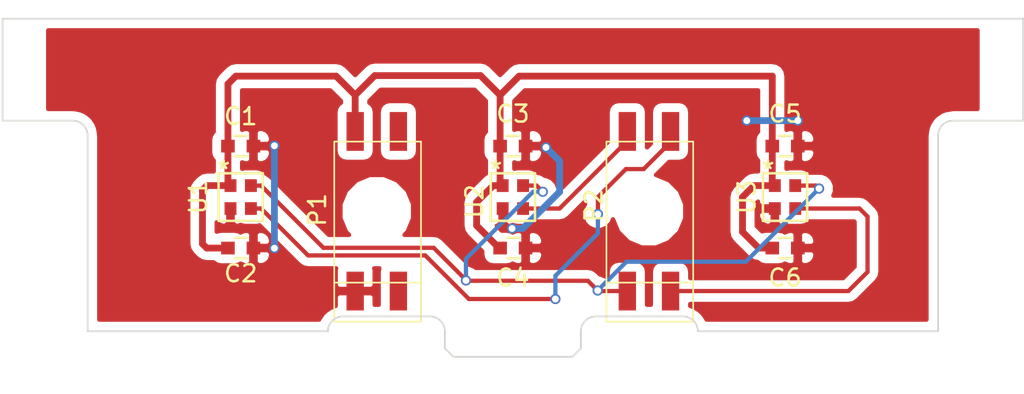
<source format=kicad_pcb>
(kicad_pcb (version 4) (host pcbnew "(2016-01-25 BZR 6514, Git a23e712)-product")

  (general
    (links 24)
    (no_connects 0)
    (area 145.949999 103.899999 206.050001 127.100001)
    (thickness 1.6)
    (drawings 26)
    (tracks 103)
    (zones 0)
    (modules 11)
    (nets 7)
  )

  (page A4)
  (layers
    (0 F.Cu signal hide)
    (31 B.Cu signal hide)
    (32 B.Adhes user)
    (33 F.Adhes user)
    (34 B.Paste user)
    (35 F.Paste user)
    (36 B.SilkS user)
    (37 F.SilkS user)
    (38 B.Mask user)
    (39 F.Mask user)
    (40 Dwgs.User user)
    (41 Cmts.User user)
    (42 Eco1.User user)
    (43 Eco2.User user)
    (44 Edge.Cuts user)
    (45 Margin user)
    (46 B.CrtYd user)
    (47 F.CrtYd user)
    (48 B.Fab user)
    (49 F.Fab user)
  )

  (setup
    (last_trace_width 0.25)
    (trace_clearance 0.2)
    (zone_clearance 0.508)
    (zone_45_only no)
    (trace_min 0.2)
    (segment_width 0.2)
    (edge_width 0.15)
    (via_size 0.6)
    (via_drill 0.4)
    (via_min_size 0.4)
    (via_min_drill 0.3)
    (uvia_size 0.3)
    (uvia_drill 0.1)
    (uvias_allowed no)
    (uvia_min_size 0.2)
    (uvia_min_drill 0.1)
    (pcb_text_width 0.3)
    (pcb_text_size 1.5 1.5)
    (mod_edge_width 0.15)
    (mod_text_size 1 1)
    (mod_text_width 0.15)
    (pad_size 1.524 1.524)
    (pad_drill 0.762)
    (pad_to_mask_clearance 0.2)
    (aux_axis_origin 0 0)
    (visible_elements FFFFFF7F)
    (pcbplotparams
      (layerselection 0x010f0_ffffffff)
      (usegerberextensions false)
      (excludeedgelayer true)
      (linewidth 0.100000)
      (plotframeref false)
      (viasonmask false)
      (mode 1)
      (useauxorigin true)
      (hpglpennumber 1)
      (hpglpenspeed 20)
      (hpglpendiameter 15)
      (hpglpenoverlay 2)
      (psnegative false)
      (psa4output false)
      (plotreference true)
      (plotvalue true)
      (plotinvisibletext false)
      (padsonsilk false)
      (subtractmaskfromsilk false)
      (outputformat 1)
      (mirror false)
      (drillshape 0)
      (scaleselection 1)
      (outputdirectory Sensor-Board-LTR329-3x-v1-gerbers/))
  )

  (net 0 "")
  (net 1 GND)
  (net 2 VDD)
  (net 3 SDA1)
  (net 4 SDA0)
  (net 5 SCL)
  (net 6 SDA2)

  (net_class Default "This is the default net class."
    (clearance 0.2)
    (trace_width 0.25)
    (via_dia 0.6)
    (via_drill 0.4)
    (uvia_dia 0.3)
    (uvia_drill 0.1)
    (add_net SCL)
    (add_net SDA0)
    (add_net SDA1)
    (add_net SDA2)
  )

  (net_class POWER ""
    (clearance 0.2)
    (trace_width 0.4)
    (via_dia 0.6)
    (via_drill 0.4)
    (uvia_dia 0.3)
    (uvia_drill 0.1)
    (add_net GND)
    (add_net VDD)
  )

  (module Footprints:SSM-102-X-DH (layer F.Cu) (tedit 576CE3EA) (tstamp 574D6138)
    (at 184 116.335)
    (path /574C4F84)
    (fp_text reference P2 (at -3.25 -0.335 90) (layer F.SilkS)
      (effects (font (size 1 1) (thickness 0.15)))
    )
    (fp_text value CONN_02X02 (at 5.8 -2.5) (layer F.Fab)
      (effects (font (size 1 1) (thickness 0.15)))
    )
    (fp_line (start 2.6 6.5) (end 2.6 4.2) (layer F.SilkS) (width 0.1))
    (fp_line (start -2.5 6.5) (end 2.6 6.5) (layer F.SilkS) (width 0.1))
    (fp_line (start -2.5 4.2) (end -2.5 6.5) (layer F.SilkS) (width 0.1))
    (fp_line (start 2.6 -4.1) (end -2.5 -4.1) (layer F.SilkS) (width 0.1))
    (fp_line (start 2.6 4.2) (end 2.6 -4.1) (layer F.SilkS) (width 0.1))
    (fp_line (start -2.5 4.2) (end 2.6 4.2) (layer F.SilkS) (width 0.1))
    (fp_line (start -2.5 -4.1) (end -2.5 4.2) (layer F.SilkS) (width 0.1))
    (fp_line (start -2.4 4.1) (end -2.4 -4) (layer F.Fab) (width 0.1))
    (fp_line (start 2.4 4.1) (end -2.4 4.1) (layer F.Fab) (width 0.1))
    (fp_line (start 2.4 -4) (end 2.4 4.1) (layer F.Fab) (width 0.1))
    (fp_line (start -2.4 -4) (end 2.4 -4) (layer F.Fab) (width 0.1))
    (pad 2 smd rect (at -1.27 -4.698) (size 1.02 2.285) (layers F.Cu F.Paste F.Mask)
      (net 3 SDA1))
    (pad 4 smd rect (at 1.27 -4.698) (size 1.02 2.285) (layers F.Cu F.Paste F.Mask)
      (net 4 SDA0))
    (pad 1 smd rect (at -1.27 4.697) (size 1.02 2.285) (layers F.Cu F.Paste F.Mask)
      (net 5 SCL))
    (pad 3 smd rect (at 1.27 4.697) (size 1.02 2.285) (layers F.Cu F.Paste F.Mask)
      (net 6 SDA2))
  )

  (module Footprints:SSM-102-X-DH (layer F.Cu) (tedit 576CE3DB) (tstamp 574D6130)
    (at 168 116.335)
    (path /574C4F24)
    (fp_text reference P1 (at -3.5 -0.085 90) (layer F.SilkS)
      (effects (font (size 1 1) (thickness 0.15)))
    )
    (fp_text value CONN_02X02 (at 5.8 -2.5) (layer F.Fab)
      (effects (font (size 1 1) (thickness 0.15)))
    )
    (fp_line (start 2.6 6.5) (end 2.6 4.2) (layer F.SilkS) (width 0.1))
    (fp_line (start -2.5 6.5) (end 2.6 6.5) (layer F.SilkS) (width 0.1))
    (fp_line (start -2.5 4.2) (end -2.5 6.5) (layer F.SilkS) (width 0.1))
    (fp_line (start 2.6 -4.1) (end -2.5 -4.1) (layer F.SilkS) (width 0.1))
    (fp_line (start 2.6 4.2) (end 2.6 -4.1) (layer F.SilkS) (width 0.1))
    (fp_line (start -2.5 4.2) (end 2.6 4.2) (layer F.SilkS) (width 0.1))
    (fp_line (start -2.5 -4.1) (end -2.5 4.2) (layer F.SilkS) (width 0.1))
    (fp_line (start -2.4 4.1) (end -2.4 -4) (layer F.Fab) (width 0.1))
    (fp_line (start 2.4 4.1) (end -2.4 4.1) (layer F.Fab) (width 0.1))
    (fp_line (start 2.4 -4) (end 2.4 4.1) (layer F.Fab) (width 0.1))
    (fp_line (start -2.4 -4) (end 2.4 -4) (layer F.Fab) (width 0.1))
    (pad 2 smd rect (at -1.27 -4.698) (size 1.02 2.285) (layers F.Cu F.Paste F.Mask)
      (net 2 VDD))
    (pad 4 smd rect (at 1.27 -4.698) (size 1.02 2.285) (layers F.Cu F.Paste F.Mask))
    (pad 1 smd rect (at -1.27 4.697) (size 1.02 2.285) (layers F.Cu F.Paste F.Mask)
      (net 1 GND))
    (pad 3 smd rect (at 1.27 4.697) (size 1.02 2.285) (layers F.Cu F.Paste F.Mask))
  )

  (module Capacitors_SMD:C_0603 (layer F.Cu) (tedit 5415D631) (tstamp 574C53D0)
    (at 160 112.5)
    (descr "Capacitor SMD 0603, reflow soldering, AVX (see smccp.pdf)")
    (tags "capacitor 0603")
    (path /55C99C5B)
    (attr smd)
    (fp_text reference C1 (at 0 -1.75) (layer F.SilkS)
      (effects (font (size 1 1) (thickness 0.15)))
    )
    (fp_text value 22nF (at 0 1.9) (layer F.Fab)
      (effects (font (size 1 1) (thickness 0.15)))
    )
    (fp_line (start -1.45 -0.75) (end 1.45 -0.75) (layer F.CrtYd) (width 0.05))
    (fp_line (start -1.45 0.75) (end 1.45 0.75) (layer F.CrtYd) (width 0.05))
    (fp_line (start -1.45 -0.75) (end -1.45 0.75) (layer F.CrtYd) (width 0.05))
    (fp_line (start 1.45 -0.75) (end 1.45 0.75) (layer F.CrtYd) (width 0.05))
    (fp_line (start -0.35 -0.6) (end 0.35 -0.6) (layer F.SilkS) (width 0.15))
    (fp_line (start 0.35 0.6) (end -0.35 0.6) (layer F.SilkS) (width 0.15))
    (pad 1 smd rect (at -0.75 0) (size 0.8 0.75) (layers F.Cu F.Paste F.Mask)
      (net 2 VDD))
    (pad 2 smd rect (at 0.75 0) (size 0.8 0.75) (layers F.Cu F.Paste F.Mask)
      (net 1 GND))
    (model Capacitors_SMD.3dshapes/C_0603.wrl
      (at (xyz 0 0 0))
      (scale (xyz 1 1 1))
      (rotate (xyz 0 0 0))
    )
  )

  (module Capacitors_SMD:C_0603 (layer F.Cu) (tedit 5415D631) (tstamp 574C53DC)
    (at 160 118.5)
    (descr "Capacitor SMD 0603, reflow soldering, AVX (see smccp.pdf)")
    (tags "capacitor 0603")
    (path /55C9A4E8)
    (attr smd)
    (fp_text reference C2 (at 0 1.5) (layer F.SilkS)
      (effects (font (size 1 1) (thickness 0.15)))
    )
    (fp_text value 1uF (at 0 1.9) (layer F.Fab)
      (effects (font (size 1 1) (thickness 0.15)))
    )
    (fp_line (start -1.45 -0.75) (end 1.45 -0.75) (layer F.CrtYd) (width 0.05))
    (fp_line (start -1.45 0.75) (end 1.45 0.75) (layer F.CrtYd) (width 0.05))
    (fp_line (start -1.45 -0.75) (end -1.45 0.75) (layer F.CrtYd) (width 0.05))
    (fp_line (start 1.45 -0.75) (end 1.45 0.75) (layer F.CrtYd) (width 0.05))
    (fp_line (start -0.35 -0.6) (end 0.35 -0.6) (layer F.SilkS) (width 0.15))
    (fp_line (start 0.35 0.6) (end -0.35 0.6) (layer F.SilkS) (width 0.15))
    (pad 1 smd rect (at -0.75 0) (size 0.8 0.75) (layers F.Cu F.Paste F.Mask)
      (net 2 VDD))
    (pad 2 smd rect (at 0.75 0) (size 0.8 0.75) (layers F.Cu F.Paste F.Mask)
      (net 1 GND))
    (model Capacitors_SMD.3dshapes/C_0603.wrl
      (at (xyz 0 0 0))
      (scale (xyz 1 1 1))
      (rotate (xyz 0 0 0))
    )
  )

  (module Capacitors_SMD:C_0603 (layer F.Cu) (tedit 5415D631) (tstamp 574C53E8)
    (at 176 112.5)
    (descr "Capacitor SMD 0603, reflow soldering, AVX (see smccp.pdf)")
    (tags "capacitor 0603")
    (path /55C9A511)
    (attr smd)
    (fp_text reference C3 (at 0 -1.9) (layer F.SilkS)
      (effects (font (size 1 1) (thickness 0.15)))
    )
    (fp_text value 22nF (at 0 1.9) (layer F.Fab)
      (effects (font (size 1 1) (thickness 0.15)))
    )
    (fp_line (start -1.45 -0.75) (end 1.45 -0.75) (layer F.CrtYd) (width 0.05))
    (fp_line (start -1.45 0.75) (end 1.45 0.75) (layer F.CrtYd) (width 0.05))
    (fp_line (start -1.45 -0.75) (end -1.45 0.75) (layer F.CrtYd) (width 0.05))
    (fp_line (start 1.45 -0.75) (end 1.45 0.75) (layer F.CrtYd) (width 0.05))
    (fp_line (start -0.35 -0.6) (end 0.35 -0.6) (layer F.SilkS) (width 0.15))
    (fp_line (start 0.35 0.6) (end -0.35 0.6) (layer F.SilkS) (width 0.15))
    (pad 1 smd rect (at -0.75 0) (size 0.8 0.75) (layers F.Cu F.Paste F.Mask)
      (net 2 VDD))
    (pad 2 smd rect (at 0.75 0) (size 0.8 0.75) (layers F.Cu F.Paste F.Mask)
      (net 1 GND))
    (model Capacitors_SMD.3dshapes/C_0603.wrl
      (at (xyz 0 0 0))
      (scale (xyz 1 1 1))
      (rotate (xyz 0 0 0))
    )
  )

  (module Capacitors_SMD:C_0603 (layer F.Cu) (tedit 5415D631) (tstamp 574C53F4)
    (at 176 118.5)
    (descr "Capacitor SMD 0603, reflow soldering, AVX (see smccp.pdf)")
    (tags "capacitor 0603")
    (path /55C9A53B)
    (attr smd)
    (fp_text reference C4 (at 0 1.75) (layer F.SilkS)
      (effects (font (size 1 1) (thickness 0.15)))
    )
    (fp_text value 1uF (at 0 1.9) (layer F.Fab)
      (effects (font (size 1 1) (thickness 0.15)))
    )
    (fp_line (start -1.45 -0.75) (end 1.45 -0.75) (layer F.CrtYd) (width 0.05))
    (fp_line (start -1.45 0.75) (end 1.45 0.75) (layer F.CrtYd) (width 0.05))
    (fp_line (start -1.45 -0.75) (end -1.45 0.75) (layer F.CrtYd) (width 0.05))
    (fp_line (start 1.45 -0.75) (end 1.45 0.75) (layer F.CrtYd) (width 0.05))
    (fp_line (start -0.35 -0.6) (end 0.35 -0.6) (layer F.SilkS) (width 0.15))
    (fp_line (start 0.35 0.6) (end -0.35 0.6) (layer F.SilkS) (width 0.15))
    (pad 1 smd rect (at -0.75 0) (size 0.8 0.75) (layers F.Cu F.Paste F.Mask)
      (net 2 VDD))
    (pad 2 smd rect (at 0.75 0) (size 0.8 0.75) (layers F.Cu F.Paste F.Mask)
      (net 1 GND))
    (model Capacitors_SMD.3dshapes/C_0603.wrl
      (at (xyz 0 0 0))
      (scale (xyz 1 1 1))
      (rotate (xyz 0 0 0))
    )
  )

  (module Capacitors_SMD:C_0603 (layer F.Cu) (tedit 5415D631) (tstamp 574C5400)
    (at 192 112.5)
    (descr "Capacitor SMD 0603, reflow soldering, AVX (see smccp.pdf)")
    (tags "capacitor 0603")
    (path /55C9A564)
    (attr smd)
    (fp_text reference C5 (at 0 -1.9) (layer F.SilkS)
      (effects (font (size 1 1) (thickness 0.15)))
    )
    (fp_text value 22nF (at 0 1.9) (layer F.Fab)
      (effects (font (size 1 1) (thickness 0.15)))
    )
    (fp_line (start -1.45 -0.75) (end 1.45 -0.75) (layer F.CrtYd) (width 0.05))
    (fp_line (start -1.45 0.75) (end 1.45 0.75) (layer F.CrtYd) (width 0.05))
    (fp_line (start -1.45 -0.75) (end -1.45 0.75) (layer F.CrtYd) (width 0.05))
    (fp_line (start 1.45 -0.75) (end 1.45 0.75) (layer F.CrtYd) (width 0.05))
    (fp_line (start -0.35 -0.6) (end 0.35 -0.6) (layer F.SilkS) (width 0.15))
    (fp_line (start 0.35 0.6) (end -0.35 0.6) (layer F.SilkS) (width 0.15))
    (pad 1 smd rect (at -0.75 0) (size 0.8 0.75) (layers F.Cu F.Paste F.Mask)
      (net 2 VDD))
    (pad 2 smd rect (at 0.75 0) (size 0.8 0.75) (layers F.Cu F.Paste F.Mask)
      (net 1 GND))
    (model Capacitors_SMD.3dshapes/C_0603.wrl
      (at (xyz 0 0 0))
      (scale (xyz 1 1 1))
      (rotate (xyz 0 0 0))
    )
  )

  (module Capacitors_SMD:C_0603 (layer F.Cu) (tedit 5415D631) (tstamp 574C540C)
    (at 192 118.5)
    (descr "Capacitor SMD 0603, reflow soldering, AVX (see smccp.pdf)")
    (tags "capacitor 0603")
    (path /55C9A594)
    (attr smd)
    (fp_text reference C6 (at 0 1.75) (layer F.SilkS)
      (effects (font (size 1 1) (thickness 0.15)))
    )
    (fp_text value 1uF (at 0 1.9) (layer F.Fab)
      (effects (font (size 1 1) (thickness 0.15)))
    )
    (fp_line (start -1.45 -0.75) (end 1.45 -0.75) (layer F.CrtYd) (width 0.05))
    (fp_line (start -1.45 0.75) (end 1.45 0.75) (layer F.CrtYd) (width 0.05))
    (fp_line (start -1.45 -0.75) (end -1.45 0.75) (layer F.CrtYd) (width 0.05))
    (fp_line (start 1.45 -0.75) (end 1.45 0.75) (layer F.CrtYd) (width 0.05))
    (fp_line (start -0.35 -0.6) (end 0.35 -0.6) (layer F.SilkS) (width 0.15))
    (fp_line (start 0.35 0.6) (end -0.35 0.6) (layer F.SilkS) (width 0.15))
    (pad 1 smd rect (at -0.75 0) (size 0.8 0.75) (layers F.Cu F.Paste F.Mask)
      (net 2 VDD))
    (pad 2 smd rect (at 0.75 0) (size 0.8 0.75) (layers F.Cu F.Paste F.Mask)
      (net 1 GND))
    (model Capacitors_SMD.3dshapes/C_0603.wrl
      (at (xyz 0 0 0))
      (scale (xyz 1 1 1))
      (rotate (xyz 0 0 0))
    )
  )

  (module Footprints:Liteon_ChipLED (layer F.Cu) (tedit 55C99DC3) (tstamp 574C5433)
    (at 160 115.5)
    (path /55C99935)
    (fp_text reference U1 (at -2.5 0 90) (layer F.SilkS)
      (effects (font (size 1 1) (thickness 0.15)))
    )
    (fp_text value LTR-329ALS-01 (at -0.6 -4.3) (layer F.Fab)
      (effects (font (size 1 1) (thickness 0.15)))
    )
    (fp_text user * (at -1 -1.6) (layer F.SilkS)
      (effects (font (size 1 1) (thickness 0.15)))
    )
    (fp_line (start -1.3 1.4) (end -1.3 -1.4) (layer F.SilkS) (width 0.15))
    (fp_line (start 1.3 1.4) (end -1.3 1.4) (layer F.SilkS) (width 0.15))
    (fp_line (start 1.3 -1.4) (end 1.3 1.4) (layer F.SilkS) (width 0.15))
    (fp_line (start -1.3 -1.4) (end 1.3 -1.4) (layer F.SilkS) (width 0.15))
    (pad 1 smd rect (at -0.6 -0.675) (size 0.7 0.75) (layers F.Cu F.Paste F.Mask)
      (net 2 VDD))
    (pad 2 smd rect (at -0.6 0.675) (size 0.7 0.75) (layers F.Cu F.Paste F.Mask)
      (net 1 GND))
    (pad 3 smd rect (at 0.6 0.675) (size 0.7 0.75) (layers F.Cu F.Paste F.Mask)
      (net 4 SDA0))
    (pad 4 smd rect (at 0.6 -0.675) (size 0.7 0.75) (layers F.Cu F.Paste F.Mask)
      (net 5 SCL))
  )

  (module Footprints:Liteon_ChipLED (layer F.Cu) (tedit 55C99DC3) (tstamp 574C5440)
    (at 176 115.5)
    (path /55C999C0)
    (fp_text reference U2 (at -2.25 0.25 270) (layer F.SilkS)
      (effects (font (size 1 1) (thickness 0.15)))
    )
    (fp_text value LTR-329ALS-01 (at -0.6 -4.3) (layer F.Fab)
      (effects (font (size 1 1) (thickness 0.15)))
    )
    (fp_text user * (at -1 -1.6) (layer F.SilkS)
      (effects (font (size 1 1) (thickness 0.15)))
    )
    (fp_line (start -1.3 1.4) (end -1.3 -1.4) (layer F.SilkS) (width 0.15))
    (fp_line (start 1.3 1.4) (end -1.3 1.4) (layer F.SilkS) (width 0.15))
    (fp_line (start 1.3 -1.4) (end 1.3 1.4) (layer F.SilkS) (width 0.15))
    (fp_line (start -1.3 -1.4) (end 1.3 -1.4) (layer F.SilkS) (width 0.15))
    (pad 1 smd rect (at -0.6 -0.675) (size 0.7 0.75) (layers F.Cu F.Paste F.Mask)
      (net 2 VDD))
    (pad 2 smd rect (at -0.6 0.675) (size 0.7 0.75) (layers F.Cu F.Paste F.Mask)
      (net 1 GND))
    (pad 3 smd rect (at 0.6 0.675) (size 0.7 0.75) (layers F.Cu F.Paste F.Mask)
      (net 3 SDA1))
    (pad 4 smd rect (at 0.6 -0.675) (size 0.7 0.75) (layers F.Cu F.Paste F.Mask)
      (net 5 SCL))
  )

  (module Footprints:Liteon_ChipLED (layer F.Cu) (tedit 55C99DC3) (tstamp 574C544D)
    (at 192 115.5)
    (path /55C999F7)
    (fp_text reference U3 (at -2.25 0 90) (layer F.SilkS)
      (effects (font (size 1 1) (thickness 0.15)))
    )
    (fp_text value LTR-329ALS-01 (at -0.6 -4.3) (layer F.Fab)
      (effects (font (size 1 1) (thickness 0.15)))
    )
    (fp_text user * (at -1 -1.6) (layer F.SilkS)
      (effects (font (size 1 1) (thickness 0.15)))
    )
    (fp_line (start -1.3 1.4) (end -1.3 -1.4) (layer F.SilkS) (width 0.15))
    (fp_line (start 1.3 1.4) (end -1.3 1.4) (layer F.SilkS) (width 0.15))
    (fp_line (start 1.3 -1.4) (end 1.3 1.4) (layer F.SilkS) (width 0.15))
    (fp_line (start -1.3 -1.4) (end 1.3 -1.4) (layer F.SilkS) (width 0.15))
    (pad 1 smd rect (at -0.6 -0.675) (size 0.7 0.75) (layers F.Cu F.Paste F.Mask)
      (net 2 VDD))
    (pad 2 smd rect (at -0.6 0.675) (size 0.7 0.75) (layers F.Cu F.Paste F.Mask)
      (net 1 GND))
    (pad 3 smd rect (at 0.6 0.675) (size 0.7 0.75) (layers F.Cu F.Paste F.Mask)
      (net 6 SDA2))
    (pad 4 smd rect (at 0.6 -0.675) (size 0.7 0.75) (layers F.Cu F.Paste F.Mask)
      (net 5 SCL))
  )

  (dimension 30 (width 0.3) (layer Eco1.User)
    (gr_text "30.000 mm" (at 161 119.35) (layer Eco1.User)
      (effects (font (size 1.5 1.5) (thickness 0.3)))
    )
    (feature1 (pts (xy 176 105) (xy 176 120.7)))
    (feature2 (pts (xy 146 105) (xy 146 120.7)))
    (crossbar (pts (xy 146 118) (xy 176 118)))
    (arrow1a (pts (xy 176 118) (xy 174.873496 118.586421)))
    (arrow1b (pts (xy 176 118) (xy 174.873496 117.413579)))
    (arrow2a (pts (xy 146 118) (xy 147.126504 118.586421)))
    (arrow2b (pts (xy 146 118) (xy 147.126504 117.413579)))
  )
  (gr_line (start 176 104) (end 176 127) (layer Eco1.User) (width 0.2))
  (gr_line (start 184 123) (end 184 107) (layer Eco1.User) (width 0.2))
  (gr_line (start 168 123) (end 168 107) (layer Eco1.User) (width 0.2))
  (gr_arc (start 150.125 111.875) (end 150.125 111) (angle 90) (layer Edge.Cuts) (width 0.1))
  (gr_arc (start 201.875 111.875) (end 201 111.875) (angle 90) (layer Edge.Cuts) (width 0.1))
  (gr_arc (start 171.125 123.4) (end 171.125 122.525) (angle 90) (layer Edge.Cuts) (width 0.1))
  (gr_arc (start 166 123.4) (end 165.125 123.4) (angle 90) (layer Edge.Cuts) (width 0.1))
  (gr_arc (start 180.875 123.4) (end 180 123.4) (angle 90) (layer Edge.Cuts) (width 0.1))
  (gr_arc (start 186 123.4) (end 186 122.525) (angle 90) (layer Edge.Cuts) (width 0.1))
  (gr_line (start 151 111.875) (end 151 123.4) (layer Edge.Cuts) (width 0.1))
  (gr_line (start 146 111) (end 150.125 111) (layer Edge.Cuts) (width 0.1))
  (gr_line (start 146 105) (end 146 111) (layer Edge.Cuts) (width 0.1))
  (gr_line (start 179.5 124.9) (end 180 124.4) (layer Edge.Cuts) (width 0.1))
  (gr_line (start 172.5 124.9) (end 179.5 124.9) (layer Edge.Cuts) (width 0.1))
  (gr_line (start 172 124.4) (end 172.5 124.9) (layer Edge.Cuts) (width 0.1))
  (gr_line (start 172 123.4) (end 172 124.4) (layer Edge.Cuts) (width 0.1))
  (gr_line (start 166 122.525) (end 171.125 122.525) (layer Edge.Cuts) (width 0.1))
  (gr_line (start 151 123.4) (end 165.125 123.4) (layer Edge.Cuts) (width 0.1))
  (gr_line (start 206 111) (end 206 105) (layer Edge.Cuts) (width 0.1))
  (gr_line (start 201.875 111) (end 206 111) (layer Edge.Cuts) (width 0.1))
  (gr_line (start 201 123.4) (end 201 111.875) (layer Edge.Cuts) (width 0.1))
  (gr_line (start 186.875 123.4) (end 201 123.4) (layer Edge.Cuts) (width 0.1))
  (gr_line (start 180.875 122.525) (end 186 122.525) (layer Edge.Cuts) (width 0.1))
  (gr_line (start 180 124.4) (end 180 123.4) (layer Edge.Cuts) (width 0.1))
  (gr_line (start 206 105) (end 146 105) (layer Edge.Cuts) (width 0.1))

  (via (at 189.75 111) (size 0.6) (drill 0.4) (layers F.Cu B.Cu) (net 1))
  (segment (start 192.75 111) (end 189.75 111) (width 0.4) (layer B.Cu) (net 1))
  (segment (start 192.75 112.5) (end 192.75 111) (width 0.4) (layer F.Cu) (net 1))
  (via (at 192.75 111) (size 0.6) (drill 0.4) (layers F.Cu B.Cu) (net 1))
  (segment (start 176.37746 117.347755) (end 175.953196 117.347755) (width 0.4) (layer B.Cu) (net 1))
  (segment (start 178.75 115.188857) (end 176.591102 117.347755) (width 0.4) (layer B.Cu) (net 1))
  (segment (start 178.75 113.379235) (end 178.75 115.188857) (width 0.4) (layer B.Cu) (net 1))
  (segment (start 176.591102 117.347755) (end 176.37746 117.347755) (width 0.4) (layer B.Cu) (net 1))
  (segment (start 177.947186 112.576421) (end 178.75 113.379235) (width 0.4) (layer B.Cu) (net 1))
  (via (at 175.953196 117.347755) (size 0.6) (drill 0.4) (layers F.Cu B.Cu) (net 1))
  (segment (start 177.870765 112.5) (end 177.947186 112.576421) (width 0.4) (layer F.Cu) (net 1))
  (segment (start 176.75 112.5) (end 177.870765 112.5) (width 0.4) (layer F.Cu) (net 1))
  (via (at 177.947186 112.576421) (size 0.6) (drill 0.4) (layers F.Cu B.Cu) (net 1))
  (segment (start 161.98244 112.479654) (end 161.982444 112.47965) (width 0.4) (layer B.Cu) (net 1))
  (segment (start 161.98244 118.510295) (end 161.98244 112.479654) (width 0.4) (layer B.Cu) (net 1))
  (via (at 161.982444 112.47965) (size 0.6) (drill 0.4) (layers F.Cu B.Cu) (net 1))
  (segment (start 160.75 118.5) (end 161.972145 118.5) (width 0.4) (layer F.Cu) (net 1))
  (segment (start 161.972145 118.5) (end 161.98244 118.510295) (width 0.4) (layer F.Cu) (net 1))
  (via (at 161.98244 118.510295) (size 0.6) (drill 0.4) (layers F.Cu B.Cu) (net 1))
  (segment (start 176.75 112.5) (end 179.25 112.5) (width 0.4) (layer F.Cu) (net 1))
  (segment (start 175.25 109.5) (end 175.25 112.5) (width 0.4) (layer F.Cu) (net 2))
  (segment (start 159.25 112.5) (end 159.25 108.845617) (width 0.4) (layer F.Cu) (net 2))
  (segment (start 159.25 108.845617) (end 159.713118 108.382499) (width 0.4) (layer F.Cu) (net 2))
  (segment (start 159.713118 108.382499) (end 165.612499 108.382499) (width 0.4) (layer F.Cu) (net 2))
  (segment (start 165.612499 108.382499) (end 166.73 109.5) (width 0.4) (layer F.Cu) (net 2))
  (segment (start 166.73 109.5) (end 167.880092 108.349908) (width 0.4) (layer F.Cu) (net 2))
  (segment (start 167.880092 108.349908) (end 174.099908 108.349908) (width 0.4) (layer F.Cu) (net 2))
  (segment (start 174.099908 108.349908) (end 175.25 109.5) (width 0.4) (layer F.Cu) (net 2))
  (segment (start 175.25 109.5) (end 176.367501 108.382499) (width 0.4) (layer F.Cu) (net 2))
  (segment (start 176.367501 108.382499) (end 191.25 108.382499) (width 0.4) (layer F.Cu) (net 2))
  (segment (start 191.25 108.382499) (end 191.25 112.5) (width 0.4) (layer F.Cu) (net 2))
  (segment (start 175.25 118.5) (end 175.18941 118.5) (width 0.4) (layer F.Cu) (net 2))
  (segment (start 175.18941 118.5) (end 173.868869 117.179459) (width 0.4) (layer F.Cu) (net 2))
  (segment (start 173.868869 117.179459) (end 173.868869 115.797246) (width 0.4) (layer F.Cu) (net 2))
  (segment (start 173.868869 115.797246) (end 174.841115 114.825) (width 0.4) (layer F.Cu) (net 2))
  (segment (start 174.841115 114.825) (end 175.4 114.825) (width 0.4) (layer F.Cu) (net 2))
  (segment (start 166.73 110.23) (end 166.73 111.637) (width 0.4) (layer F.Cu) (net 2))
  (segment (start 166.73 110.23) (end 166.73 109.5) (width 0.4) (layer F.Cu) (net 2))
  (segment (start 191.25 118.5) (end 190.45 118.5) (width 0.4) (layer F.Cu) (net 2))
  (segment (start 189.5 115.5) (end 190.175 114.825) (width 0.4) (layer F.Cu) (net 2))
  (segment (start 190.45 118.5) (end 189.5 117.55) (width 0.4) (layer F.Cu) (net 2))
  (segment (start 189.5 117.55) (end 189.5 115.5) (width 0.4) (layer F.Cu) (net 2))
  (segment (start 190.175 114.825) (end 191.4 114.825) (width 0.4) (layer F.Cu) (net 2))
  (segment (start 191.25 112.5) (end 191.25 114.675) (width 0.4) (layer F.Cu) (net 2))
  (segment (start 191.25 114.675) (end 191.4 114.825) (width 0.4) (layer F.Cu) (net 2))
  (segment (start 175.25 112.5) (end 175.25 114.675) (width 0.4) (layer F.Cu) (net 2))
  (segment (start 175.25 114.675) (end 175.4 114.825) (width 0.4) (layer F.Cu) (net 2))
  (segment (start 159.25 118.5) (end 158 118.5) (width 0.4) (layer F.Cu) (net 2))
  (segment (start 158 118.5) (end 157.752516 118.252516) (width 0.4) (layer F.Cu) (net 2))
  (segment (start 157.752516 118.252516) (end 157.752516 115.086537) (width 0.4) (layer F.Cu) (net 2))
  (segment (start 157.752516 115.086537) (end 158.014053 114.825) (width 0.4) (layer F.Cu) (net 2))
  (segment (start 158.014053 114.825) (end 159.4 114.825) (width 0.4) (layer F.Cu) (net 2))
  (segment (start 159.25 112.5) (end 159.25 114.675) (width 0.4) (layer F.Cu) (net 2))
  (segment (start 159.25 114.675) (end 159.4 114.825) (width 0.25) (layer F.Cu) (net 2))
  (segment (start 176.6 116.175) (end 178.748038 116.175) (width 0.25) (layer F.Cu) (net 3))
  (segment (start 178.748038 116.175) (end 182.73 112.193038) (width 0.25) (layer F.Cu) (net 3))
  (segment (start 182.73 112.193038) (end 182.73 111.637) (width 0.25) (layer F.Cu) (net 3))
  (segment (start 181 116.5) (end 181 115.497279) (width 0.25) (layer F.Cu) (net 4))
  (segment (start 181 115.497279) (end 182.644491 113.852788) (width 0.25) (layer F.Cu) (net 4))
  (segment (start 185.27 112.2695) (end 185.27 111.637) (width 0.25) (layer F.Cu) (net 4))
  (segment (start 182.644491 113.852788) (end 183.686712 113.852788) (width 0.25) (layer F.Cu) (net 4))
  (segment (start 183.686712 113.852788) (end 185.27 112.2695) (width 0.25) (layer F.Cu) (net 4))
  (segment (start 173.413891 121.5) (end 178.075736 121.5) (width 0.25) (layer F.Cu) (net 4))
  (segment (start 170.848534 118.934643) (end 173.413891 121.5) (width 0.25) (layer F.Cu) (net 4))
  (segment (start 163.959643 118.934643) (end 170.848534 118.934643) (width 0.25) (layer F.Cu) (net 4))
  (segment (start 161.2 116.175) (end 163.959643 118.934643) (width 0.25) (layer F.Cu) (net 4))
  (segment (start 160.6 116.175) (end 161.2 116.175) (width 0.25) (layer F.Cu) (net 4))
  (segment (start 178.075736 121.5) (end 178.5 121.5) (width 0.25) (layer F.Cu) (net 4))
  (segment (start 178.5 121.5) (end 178.5 120.135994) (width 0.25) (layer B.Cu) (net 4))
  (segment (start 178.5 120.135994) (end 181 117.635994) (width 0.25) (layer B.Cu) (net 4))
  (segment (start 181 117.635994) (end 181 116.5) (width 0.25) (layer B.Cu) (net 4))
  (via (at 181 116.5) (size 0.6) (drill 0.4) (layers F.Cu B.Cu) (net 4))
  (via (at 178.5 121.5) (size 0.6) (drill 0.4) (layers F.Cu B.Cu) (net 4))
  (segment (start 173.24222 120.408746) (end 173.24222 119.133727) (width 0.25) (layer B.Cu) (net 5))
  (segment (start 177.188348 115.187599) (end 177.333018 115.187599) (width 0.25) (layer B.Cu) (net 5))
  (segment (start 173.24222 119.133727) (end 177.188348 115.187599) (width 0.25) (layer B.Cu) (net 5))
  (segment (start 177.333018 115.187599) (end 177.757282 115.187599) (width 0.25) (layer B.Cu) (net 5))
  (segment (start 177.457283 114.8876) (end 177.757282 115.187599) (width 0.25) (layer F.Cu) (net 5))
  (segment (start 177.394683 114.825) (end 177.457283 114.8876) (width 0.25) (layer F.Cu) (net 5))
  (segment (start 176.6 114.825) (end 177.394683 114.825) (width 0.25) (layer F.Cu) (net 5))
  (via (at 177.757282 115.187599) (size 0.6) (drill 0.4) (layers F.Cu B.Cu) (net 5))
  (via (at 173.24222 120.408746) (size 0.6) (drill 0.4) (layers F.Cu B.Cu) (net 5))
  (segment (start 180.685045 120.700001) (end 180.985044 121) (width 0.25) (layer F.Cu) (net 5))
  (segment (start 180.412522 120.427478) (end 180.685045 120.700001) (width 0.25) (layer F.Cu) (net 5))
  (segment (start 173.286886 120.427478) (end 180.412522 120.427478) (width 0.25) (layer F.Cu) (net 5))
  (segment (start 171.344041 118.484632) (end 173.286886 120.427478) (width 0.25) (layer F.Cu) (net 5))
  (segment (start 164.859632 118.484632) (end 171.344041 118.484632) (width 0.25) (layer F.Cu) (net 5))
  (segment (start 161.2 114.825) (end 164.859632 118.484632) (width 0.25) (layer F.Cu) (net 5))
  (segment (start 160.6 114.825) (end 161.2 114.825) (width 0.25) (layer F.Cu) (net 5))
  (segment (start 194 115) (end 189.694174 119.305826) (width 0.25) (layer B.Cu) (net 5))
  (segment (start 189.694174 119.305826) (end 182.679218 119.305826) (width 0.25) (layer B.Cu) (net 5))
  (segment (start 182.679218 119.305826) (end 180.985044 121) (width 0.25) (layer B.Cu) (net 5))
  (segment (start 180.985044 121) (end 181.017044 121.032) (width 0.25) (layer F.Cu) (net 5))
  (via (at 180.985044 121) (size 0.6) (drill 0.4) (layers F.Cu B.Cu) (net 5))
  (segment (start 192.6 114.825) (end 193.825 114.825) (width 0.25) (layer F.Cu) (net 5))
  (segment (start 193.825 114.825) (end 194 115) (width 0.25) (layer F.Cu) (net 5))
  (via (at 194 115) (size 0.6) (drill 0.4) (layers F.Cu B.Cu) (net 5))
  (segment (start 181.017044 121.032) (end 182.73 121.032) (width 0.25) (layer F.Cu) (net 5))
  (segment (start 185.27 121.032) (end 195.725469 121.032) (width 0.25) (layer F.Cu) (net 6))
  (segment (start 195.725469 121.032) (end 196.850446 119.907023) (width 0.25) (layer F.Cu) (net 6))
  (segment (start 196.850446 119.907023) (end 196.850446 116.645003) (width 0.25) (layer F.Cu) (net 6))
  (segment (start 196.850446 116.645003) (end 196.380443 116.175) (width 0.25) (layer F.Cu) (net 6))
  (segment (start 196.380443 116.175) (end 192.6 116.175) (width 0.25) (layer F.Cu) (net 6))

  (zone (net 1) (net_name GND) (layer F.Cu) (tstamp 0) (hatch edge 0.508)
    (connect_pads (clearance 0.508))
    (min_thickness 0.254)
    (fill yes (arc_segments 16) (thermal_gap 0.508) (thermal_bridge_width 0.508))
    (polygon
      (pts
        (xy 147.5 104.5) (xy 205.5 104.5) (xy 204.5 125) (xy 149 126) (xy 146 107.5)
      )
    )
    (filled_polygon
      (pts
        (xy 203.315 110.315) (xy 201.875 110.315) (xy 201.80883 110.328162) (xy 201.406516 110.394767) (xy 201.406514 110.394768)
        (xy 201.406513 110.394768) (xy 201.320384 110.430444) (xy 201.165739 110.4945) (xy 201.159585 110.497049) (xy 200.875715 110.686726)
        (xy 200.82458 110.737862) (xy 200.686726 110.875715) (xy 200.497049 111.159585) (xy 200.497049 111.159586) (xy 200.497048 111.159587)
        (xy 200.394767 111.406516) (xy 200.328162 111.741364) (xy 200.328162 111.80883) (xy 200.315 111.875) (xy 200.315 122.715)
        (xy 187.390549 122.715) (xy 187.377951 122.684585) (xy 187.188274 122.400715) (xy 187.047558 122.26) (xy 186.999285 122.211726)
        (xy 186.715415 122.022049) (xy 186.468487 121.919768) (xy 186.468486 121.919768) (xy 186.468484 121.919767) (xy 186.42744 121.911603)
        (xy 186.42744 121.792) (xy 195.725469 121.792) (xy 196.016308 121.734148) (xy 196.26287 121.569401) (xy 197.387847 120.444424)
        (xy 197.552594 120.197862) (xy 197.610446 119.907023) (xy 197.610446 116.645003) (xy 197.552594 116.354164) (xy 197.387847 116.107602)
        (xy 196.917844 115.637599) (xy 196.671282 115.472852) (xy 196.380443 115.415) (xy 194.84008 115.415) (xy 194.934838 115.186799)
        (xy 194.935162 114.814833) (xy 194.793117 114.471057) (xy 194.530327 114.207808) (xy 194.186799 114.065162) (xy 193.814833 114.064838)
        (xy 193.814441 114.065) (xy 193.456459 114.065) (xy 193.407809 113.992191) (xy 193.197765 113.851843) (xy 192.95 113.80256)
        (xy 192.25 113.80256) (xy 192.085 113.83538) (xy 192.085 113.452552) (xy 192.223691 113.51) (xy 192.46425 113.51)
        (xy 192.623 113.35125) (xy 192.623 112.627) (xy 192.877 112.627) (xy 192.877 113.35125) (xy 193.03575 113.51)
        (xy 193.276309 113.51) (xy 193.509698 113.413327) (xy 193.688327 113.234699) (xy 193.785 113.00131) (xy 193.785 112.78575)
        (xy 193.62625 112.627) (xy 192.877 112.627) (xy 192.623 112.627) (xy 192.603 112.627) (xy 192.603 112.373)
        (xy 192.623 112.373) (xy 192.623 111.64875) (xy 192.877 111.64875) (xy 192.877 112.373) (xy 193.62625 112.373)
        (xy 193.785 112.21425) (xy 193.785 111.99869) (xy 193.688327 111.765301) (xy 193.509698 111.586673) (xy 193.276309 111.49)
        (xy 193.03575 111.49) (xy 192.877 111.64875) (xy 192.623 111.64875) (xy 192.46425 111.49) (xy 192.223691 111.49)
        (xy 192.085 111.547448) (xy 192.085 108.382499) (xy 192.021439 108.062958) (xy 191.840434 107.792065) (xy 191.569541 107.61106)
        (xy 191.25 107.547499) (xy 176.367501 107.547499) (xy 176.04796 107.61106) (xy 175.825843 107.759474) (xy 175.777067 107.792065)
        (xy 175.25 108.319132) (xy 174.690342 107.759474) (xy 174.419449 107.578469) (xy 174.099908 107.514908) (xy 167.880092 107.514908)
        (xy 167.560552 107.578468) (xy 167.289658 107.759474) (xy 166.73 108.319132) (xy 166.202933 107.792065) (xy 166.154157 107.759474)
        (xy 165.93204 107.61106) (xy 165.612499 107.547499) (xy 159.713118 107.547499) (xy 159.393578 107.611059) (xy 159.122684 107.792065)
        (xy 158.659566 108.255183) (xy 158.478561 108.526076) (xy 158.415 108.845617) (xy 158.415 111.65195) (xy 158.392191 111.667191)
        (xy 158.251843 111.877235) (xy 158.20256 112.125) (xy 158.20256 112.875) (xy 158.251843 113.122765) (xy 158.392191 113.332809)
        (xy 158.415 113.34805) (xy 158.415 113.99) (xy 158.014053 113.99) (xy 157.694512 114.053561) (xy 157.474794 114.200372)
        (xy 157.423619 114.234566) (xy 157.162082 114.496103) (xy 156.981077 114.766996) (xy 156.917516 115.086537) (xy 156.917516 118.252516)
        (xy 156.981077 118.572057) (xy 157.017789 118.627) (xy 157.162082 118.84295) (xy 157.409566 119.090434) (xy 157.680459 119.271439)
        (xy 158 119.335) (xy 158.39547 119.335) (xy 158.602235 119.473157) (xy 158.85 119.52244) (xy 159.65 119.52244)
        (xy 159.897765 119.473157) (xy 159.989102 119.412127) (xy 159.990302 119.413327) (xy 160.223691 119.51) (xy 160.46425 119.51)
        (xy 160.623 119.35125) (xy 160.623 118.627) (xy 160.877 118.627) (xy 160.877 119.35125) (xy 161.03575 119.51)
        (xy 161.276309 119.51) (xy 161.509698 119.413327) (xy 161.688327 119.234699) (xy 161.785 119.00131) (xy 161.785 118.78575)
        (xy 161.62625 118.627) (xy 160.877 118.627) (xy 160.623 118.627) (xy 160.603 118.627) (xy 160.603 118.373)
        (xy 160.623 118.373) (xy 160.623 117.64875) (xy 160.877 117.64875) (xy 160.877 118.373) (xy 161.62625 118.373)
        (xy 161.785 118.21425) (xy 161.785 117.99869) (xy 161.688327 117.765301) (xy 161.509698 117.586673) (xy 161.276309 117.49)
        (xy 161.03575 117.49) (xy 160.877 117.64875) (xy 160.623 117.64875) (xy 160.46425 117.49) (xy 160.223691 117.49)
        (xy 159.990302 117.586673) (xy 159.989102 117.587873) (xy 159.897765 117.526843) (xy 159.65 117.47756) (xy 158.85 117.47756)
        (xy 158.602235 117.526843) (xy 158.587516 117.536678) (xy 158.587516 116.985542) (xy 158.690302 117.088327) (xy 158.923691 117.185)
        (xy 159.11425 117.185) (xy 159.273 117.02625) (xy 159.273 116.302) (xy 159.253 116.302) (xy 159.253 116.048)
        (xy 159.273 116.048) (xy 159.273 116.028) (xy 159.527 116.028) (xy 159.527 116.048) (xy 159.547 116.048)
        (xy 159.547 116.302) (xy 159.527 116.302) (xy 159.527 117.02625) (xy 159.68575 117.185) (xy 159.876309 117.185)
        (xy 159.988084 117.138701) (xy 160.002235 117.148157) (xy 160.25 117.19744) (xy 160.95 117.19744) (xy 161.114848 117.16465)
        (xy 163.422242 119.472044) (xy 163.668804 119.636791) (xy 163.959643 119.694643) (xy 165.613393 119.694643) (xy 165.585 119.76319)
        (xy 165.585 120.74625) (xy 165.74375 120.905) (xy 166.603 120.905) (xy 166.603 120.885) (xy 166.857 120.885)
        (xy 166.857 120.905) (xy 167.71625 120.905) (xy 167.875 120.74625) (xy 167.875 119.76319) (xy 167.846607 119.694643)
        (xy 168.151319 119.694643) (xy 168.11256 119.8895) (xy 168.11256 121.84) (xy 167.875 121.84) (xy 167.875 121.31775)
        (xy 167.71625 121.159) (xy 166.857 121.159) (xy 166.857 121.179) (xy 166.603 121.179) (xy 166.603 121.159)
        (xy 165.74375 121.159) (xy 165.585 121.31775) (xy 165.585 121.909128) (xy 165.531516 121.919767) (xy 165.531514 121.919768)
        (xy 165.531513 121.919768) (xy 165.284585 122.022049) (xy 165.000715 122.211726) (xy 164.952442 122.26) (xy 164.811726 122.400715)
        (xy 164.622049 122.684585) (xy 164.609451 122.715) (xy 151.685 122.715) (xy 151.685 111.875) (xy 151.671838 111.80883)
        (xy 151.671838 111.741364) (xy 151.605233 111.406516) (xy 151.502952 111.159587) (xy 151.502951 111.159586) (xy 151.502951 111.159585)
        (xy 151.313274 110.875715) (xy 151.17542 110.737862) (xy 151.124285 110.686726) (xy 150.840415 110.497049) (xy 150.834262 110.4945)
        (xy 150.679616 110.430444) (xy 150.593487 110.394768) (xy 150.593486 110.394768) (xy 150.593484 110.394767) (xy 150.258636 110.328162)
        (xy 150.19117 110.328162) (xy 150.125 110.315) (xy 148.685 110.315) (xy 148.685 105.685) (xy 203.315 105.685)
      )
    )
    (filled_polygon
      (pts
        (xy 174.415 109.845868) (xy 174.415 111.65195) (xy 174.392191 111.667191) (xy 174.251843 111.877235) (xy 174.20256 112.125)
        (xy 174.20256 112.875) (xy 174.251843 113.122765) (xy 174.392191 113.332809) (xy 174.415 113.34805) (xy 174.415 114.124772)
        (xy 174.25068 114.234566) (xy 173.278435 115.206812) (xy 173.09743 115.477705) (xy 173.033869 115.797246) (xy 173.033869 117.179459)
        (xy 173.09743 117.499) (xy 173.19749 117.64875) (xy 173.278435 117.769893) (xy 174.20256 118.694018) (xy 174.20256 118.875)
        (xy 174.251843 119.122765) (xy 174.392191 119.332809) (xy 174.602235 119.473157) (xy 174.85 119.52244) (xy 175.65 119.52244)
        (xy 175.897765 119.473157) (xy 175.989102 119.412127) (xy 175.990302 119.413327) (xy 176.223691 119.51) (xy 176.46425 119.51)
        (xy 176.623 119.35125) (xy 176.623 118.627) (xy 176.877 118.627) (xy 176.877 119.35125) (xy 177.03575 119.51)
        (xy 177.276309 119.51) (xy 177.509698 119.413327) (xy 177.688327 119.234699) (xy 177.785 119.00131) (xy 177.785 118.78575)
        (xy 177.62625 118.627) (xy 176.877 118.627) (xy 176.623 118.627) (xy 176.603 118.627) (xy 176.603 118.373)
        (xy 176.623 118.373) (xy 176.623 117.64875) (xy 176.877 117.64875) (xy 176.877 118.373) (xy 177.62625 118.373)
        (xy 177.785 118.21425) (xy 177.785 117.99869) (xy 177.688327 117.765301) (xy 177.509698 117.586673) (xy 177.276309 117.49)
        (xy 177.03575 117.49) (xy 176.877 117.64875) (xy 176.623 117.64875) (xy 176.46425 117.49) (xy 176.223691 117.49)
        (xy 175.990302 117.586673) (xy 175.989102 117.587873) (xy 175.897765 117.526843) (xy 175.65 117.47756) (xy 175.347838 117.47756)
        (xy 175.055278 117.185) (xy 175.11425 117.185) (xy 175.273 117.02625) (xy 175.273 116.302) (xy 175.253 116.302)
        (xy 175.253 116.048) (xy 175.273 116.048) (xy 175.273 116.028) (xy 175.527 116.028) (xy 175.527 116.048)
        (xy 175.547 116.048) (xy 175.547 116.302) (xy 175.527 116.302) (xy 175.527 117.02625) (xy 175.68575 117.185)
        (xy 175.876309 117.185) (xy 175.988084 117.138701) (xy 176.002235 117.148157) (xy 176.25 117.19744) (xy 176.95 117.19744)
        (xy 177.197765 117.148157) (xy 177.407809 117.007809) (xy 177.456459 116.935) (xy 178.748038 116.935) (xy 179.038877 116.877148)
        (xy 179.285439 116.712401) (xy 180.24 115.75784) (xy 180.24 115.937537) (xy 180.207808 115.969673) (xy 180.065162 116.313201)
        (xy 180.064838 116.685167) (xy 180.206883 117.028943) (xy 180.469673 117.292192) (xy 180.813201 117.434838) (xy 181.185167 117.435162)
        (xy 181.528943 117.293117) (xy 181.792192 117.030327) (xy 181.884939 116.806967) (xy 182.18898 117.5428) (xy 182.789041 118.143909)
        (xy 183.573459 118.469628) (xy 184.422815 118.47037) (xy 185.2078 118.14602) (xy 185.808909 117.545959) (xy 186.134628 116.761541)
        (xy 186.13537 115.912185) (xy 185.81102 115.1272) (xy 185.210959 114.526091) (xy 184.426541 114.200372) (xy 184.413941 114.200361)
        (xy 185.187362 113.42694) (xy 185.78 113.42694) (xy 186.027765 113.377657) (xy 186.237809 113.237309) (xy 186.378157 113.027265)
        (xy 186.42744 112.7795) (xy 186.42744 110.4945) (xy 186.378157 110.246735) (xy 186.237809 110.036691) (xy 186.027765 109.896343)
        (xy 185.78 109.84706) (xy 184.76 109.84706) (xy 184.512235 109.896343) (xy 184.302191 110.036691) (xy 184.161843 110.246735)
        (xy 184.11256 110.4945) (xy 184.11256 112.352138) (xy 183.88744 112.577258) (xy 183.88744 110.4945) (xy 183.838157 110.246735)
        (xy 183.697809 110.036691) (xy 183.487765 109.896343) (xy 183.24 109.84706) (xy 182.22 109.84706) (xy 181.972235 109.896343)
        (xy 181.762191 110.036691) (xy 181.621843 110.246735) (xy 181.57256 110.4945) (xy 181.57256 112.275676) (xy 178.69231 115.155926)
        (xy 178.692444 115.002432) (xy 178.550399 114.658656) (xy 178.287609 114.395407) (xy 177.944081 114.252761) (xy 177.879861 114.252705)
        (xy 177.685522 114.122852) (xy 177.465928 114.079172) (xy 177.407809 113.992191) (xy 177.197765 113.851843) (xy 176.95 113.80256)
        (xy 176.25 113.80256) (xy 176.085 113.83538) (xy 176.085 113.452552) (xy 176.223691 113.51) (xy 176.46425 113.51)
        (xy 176.623 113.35125) (xy 176.623 112.627) (xy 176.877 112.627) (xy 176.877 113.35125) (xy 177.03575 113.51)
        (xy 177.276309 113.51) (xy 177.509698 113.413327) (xy 177.688327 113.234699) (xy 177.785 113.00131) (xy 177.785 112.78575)
        (xy 177.62625 112.627) (xy 176.877 112.627) (xy 176.623 112.627) (xy 176.603 112.627) (xy 176.603 112.373)
        (xy 176.623 112.373) (xy 176.623 111.64875) (xy 176.877 111.64875) (xy 176.877 112.373) (xy 177.62625 112.373)
        (xy 177.785 112.21425) (xy 177.785 111.99869) (xy 177.688327 111.765301) (xy 177.509698 111.586673) (xy 177.276309 111.49)
        (xy 177.03575 111.49) (xy 176.877 111.64875) (xy 176.623 111.64875) (xy 176.46425 111.49) (xy 176.223691 111.49)
        (xy 176.085 111.547448) (xy 176.085 109.845868) (xy 176.713369 109.217499) (xy 190.415 109.217499) (xy 190.415 111.65195)
        (xy 190.392191 111.667191) (xy 190.251843 111.877235) (xy 190.20256 112.125) (xy 190.20256 112.875) (xy 190.251843 113.122765)
        (xy 190.392191 113.332809) (xy 190.415 113.34805) (xy 190.415 113.99) (xy 190.175 113.99) (xy 189.855459 114.053561)
        (xy 189.635741 114.200372) (xy 189.584566 114.234566) (xy 188.909566 114.909566) (xy 188.728561 115.180459) (xy 188.665 115.5)
        (xy 188.665 117.55) (xy 188.728561 117.869541) (xy 188.814856 117.99869) (xy 188.909566 118.140434) (xy 189.859566 119.090434)
        (xy 190.130459 119.271439) (xy 190.385018 119.322074) (xy 190.392191 119.332809) (xy 190.602235 119.473157) (xy 190.85 119.52244)
        (xy 191.65 119.52244) (xy 191.897765 119.473157) (xy 191.989102 119.412127) (xy 191.990302 119.413327) (xy 192.223691 119.51)
        (xy 192.46425 119.51) (xy 192.623 119.35125) (xy 192.623 118.627) (xy 192.877 118.627) (xy 192.877 119.35125)
        (xy 193.03575 119.51) (xy 193.276309 119.51) (xy 193.509698 119.413327) (xy 193.688327 119.234699) (xy 193.785 119.00131)
        (xy 193.785 118.78575) (xy 193.62625 118.627) (xy 192.877 118.627) (xy 192.623 118.627) (xy 192.603 118.627)
        (xy 192.603 118.373) (xy 192.623 118.373) (xy 192.623 117.64875) (xy 192.877 117.64875) (xy 192.877 118.373)
        (xy 193.62625 118.373) (xy 193.785 118.21425) (xy 193.785 117.99869) (xy 193.688327 117.765301) (xy 193.509698 117.586673)
        (xy 193.276309 117.49) (xy 193.03575 117.49) (xy 192.877 117.64875) (xy 192.623 117.64875) (xy 192.46425 117.49)
        (xy 192.223691 117.49) (xy 191.990302 117.586673) (xy 191.989102 117.587873) (xy 191.897765 117.526843) (xy 191.65 117.47756)
        (xy 190.85 117.47756) (xy 190.648507 117.517639) (xy 190.335 117.204132) (xy 190.335 116.46075) (xy 190.415 116.46075)
        (xy 190.415 116.67631) (xy 190.511673 116.909699) (xy 190.690302 117.088327) (xy 190.923691 117.185) (xy 191.11425 117.185)
        (xy 191.273 117.02625) (xy 191.273 116.302) (xy 190.57375 116.302) (xy 190.415 116.46075) (xy 190.335 116.46075)
        (xy 190.335 115.845868) (xy 190.415 115.765868) (xy 190.415 115.88925) (xy 190.57375 116.048) (xy 191.273 116.048)
        (xy 191.273 116.028) (xy 191.527 116.028) (xy 191.527 116.048) (xy 191.547 116.048) (xy 191.547 116.302)
        (xy 191.527 116.302) (xy 191.527 117.02625) (xy 191.68575 117.185) (xy 191.876309 117.185) (xy 191.988084 117.138701)
        (xy 192.002235 117.148157) (xy 192.25 117.19744) (xy 192.95 117.19744) (xy 193.197765 117.148157) (xy 193.407809 117.007809)
        (xy 193.456459 116.935) (xy 196.065641 116.935) (xy 196.090446 116.959805) (xy 196.090446 119.592221) (xy 195.410667 120.272)
        (xy 186.42744 120.272) (xy 186.42744 119.8895) (xy 186.378157 119.641735) (xy 186.237809 119.431691) (xy 186.027765 119.291343)
        (xy 185.78 119.24206) (xy 184.76 119.24206) (xy 184.512235 119.291343) (xy 184.302191 119.431691) (xy 184.161843 119.641735)
        (xy 184.11256 119.8895) (xy 184.11256 121.84) (xy 183.88744 121.84) (xy 183.88744 119.8895) (xy 183.838157 119.641735)
        (xy 183.697809 119.431691) (xy 183.487765 119.291343) (xy 183.24 119.24206) (xy 182.22 119.24206) (xy 181.972235 119.291343)
        (xy 181.762191 119.431691) (xy 181.621843 119.641735) (xy 181.57256 119.8895) (xy 181.57256 120.265097) (xy 181.515371 120.207808)
        (xy 181.171843 120.065162) (xy 181.124967 120.065121) (xy 180.949923 119.890077) (xy 180.703361 119.72533) (xy 180.412522 119.667478)
        (xy 173.823382 119.667478) (xy 173.772547 119.616554) (xy 173.429019 119.473908) (xy 173.4081 119.47389) (xy 171.881442 117.947231)
        (xy 171.634881 117.782484) (xy 171.344041 117.724632) (xy 169.629924 117.724632) (xy 169.808909 117.545959) (xy 170.134628 116.761541)
        (xy 170.13537 115.912185) (xy 169.81102 115.1272) (xy 169.210959 114.526091) (xy 168.426541 114.200372) (xy 167.577185 114.19963)
        (xy 166.7922 114.52398) (xy 166.191091 115.124041) (xy 165.865372 115.908459) (xy 165.86463 116.757815) (xy 166.18898 117.5428)
        (xy 166.370495 117.724632) (xy 165.174434 117.724632) (xy 161.737401 114.287599) (xy 161.498563 114.128013) (xy 161.407809 113.992191)
        (xy 161.197765 113.851843) (xy 160.95 113.80256) (xy 160.25 113.80256) (xy 160.085 113.83538) (xy 160.085 113.452552)
        (xy 160.223691 113.51) (xy 160.46425 113.51) (xy 160.623 113.35125) (xy 160.623 112.627) (xy 160.877 112.627)
        (xy 160.877 113.35125) (xy 161.03575 113.51) (xy 161.276309 113.51) (xy 161.509698 113.413327) (xy 161.688327 113.234699)
        (xy 161.785 113.00131) (xy 161.785 112.78575) (xy 161.62625 112.627) (xy 160.877 112.627) (xy 160.623 112.627)
        (xy 160.603 112.627) (xy 160.603 112.373) (xy 160.623 112.373) (xy 160.623 111.64875) (xy 160.877 111.64875)
        (xy 160.877 112.373) (xy 161.62625 112.373) (xy 161.785 112.21425) (xy 161.785 111.99869) (xy 161.688327 111.765301)
        (xy 161.509698 111.586673) (xy 161.276309 111.49) (xy 161.03575 111.49) (xy 160.877 111.64875) (xy 160.623 111.64875)
        (xy 160.46425 111.49) (xy 160.223691 111.49) (xy 160.085 111.547448) (xy 160.085 109.217499) (xy 165.266631 109.217499)
        (xy 165.895 109.845868) (xy 165.895 109.94795) (xy 165.762191 110.036691) (xy 165.621843 110.246735) (xy 165.57256 110.4945)
        (xy 165.57256 112.7795) (xy 165.621843 113.027265) (xy 165.762191 113.237309) (xy 165.972235 113.377657) (xy 166.22 113.42694)
        (xy 167.24 113.42694) (xy 167.487765 113.377657) (xy 167.697809 113.237309) (xy 167.838157 113.027265) (xy 167.88744 112.7795)
        (xy 167.88744 110.4945) (xy 168.11256 110.4945) (xy 168.11256 112.7795) (xy 168.161843 113.027265) (xy 168.302191 113.237309)
        (xy 168.512235 113.377657) (xy 168.76 113.42694) (xy 169.78 113.42694) (xy 170.027765 113.377657) (xy 170.237809 113.237309)
        (xy 170.378157 113.027265) (xy 170.42744 112.7795) (xy 170.42744 110.4945) (xy 170.378157 110.246735) (xy 170.237809 110.036691)
        (xy 170.027765 109.896343) (xy 169.78 109.84706) (xy 168.76 109.84706) (xy 168.512235 109.896343) (xy 168.302191 110.036691)
        (xy 168.161843 110.246735) (xy 168.11256 110.4945) (xy 167.88744 110.4945) (xy 167.838157 110.246735) (xy 167.697809 110.036691)
        (xy 167.565 109.94795) (xy 167.565 109.845868) (xy 168.22596 109.184908) (xy 173.75404 109.184908)
      )
    )
  )
)

</source>
